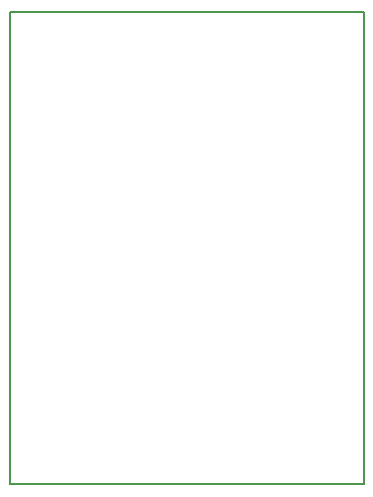
<source format=gbr>
G04*
G04 #@! TF.GenerationSoftware,Altium Limited,Altium Designer,22.4.2 (48)*
G04*
G04 Layer_Color=16711935*
%FSLAX44Y44*%
%MOMM*%
G71*
G04*
G04 #@! TF.SameCoordinates,805B4EF3-34EF-46CF-B3EC-FB7C4EB053B5*
G04*
G04*
G04 #@! TF.FilePolarity,Positive*
G04*
G01*
G75*
%ADD11C,0.1270*%
D11*
X0Y400000D02*
X300000D01*
X0Y0D02*
X300000D01*
Y400000D01*
X0Y0D02*
Y400000D01*
M02*

</source>
